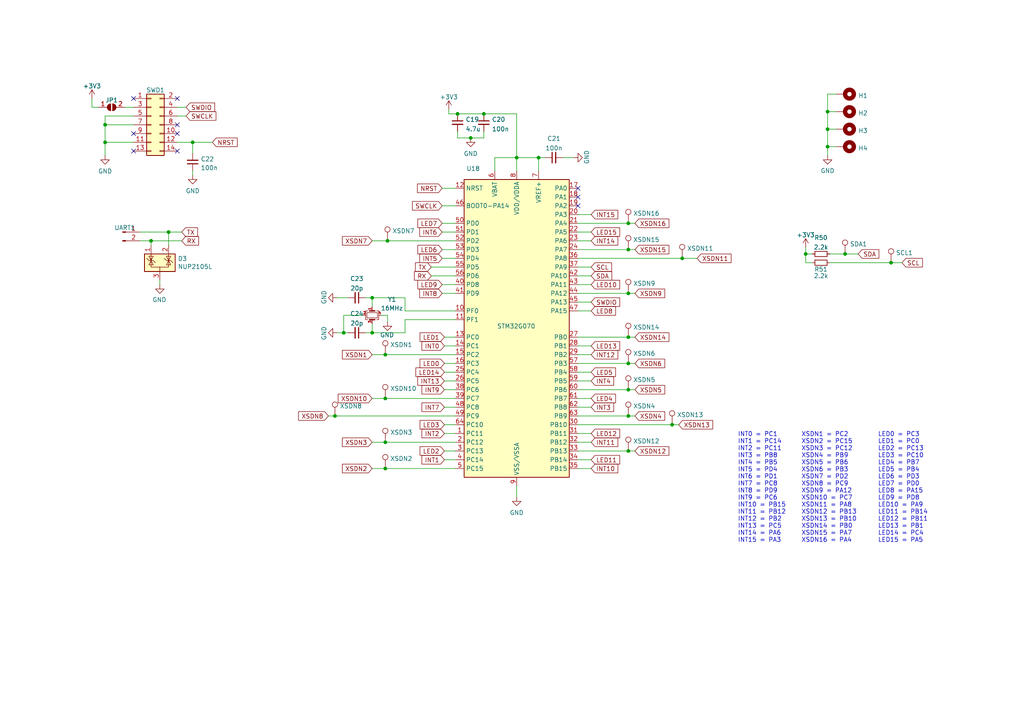
<source format=kicad_sch>
(kicad_sch (version 20211123) (generator eeschema)
  (paper "A4")
  (lib_symbols
    (symbol "Connector:Conn_01x02_Male" (pin_names (offset 1.016) hide)
      (property "Reference" "J" (at 0 2.54 0))
      (property "Value" "Conn_01x02_Male" (at 0 -5.08 0))
      (symbol "Conn_01x02_Male_1_1"
        (polyline (pts (xy 1.27 -2.54) (xy 0.8636 -2.54)) (stroke (width 0.1524)))
        (polyline (pts (xy 1.27 0) (xy 0.8636 0)) (stroke (width 0.1524)))
        (rectangle (start 0.8636 -2.413) (end 0 -2.667) (stroke (width 0.1524)) (fill (type outline)))
        (rectangle (start 0.8636 0.127) (end 0 -0.127) (stroke (width 0.1524)) (fill (type outline)))
        (pin passive line (at 5.08 0 180) (length 3.81) (name "Pin_1") (number "1"))
        (pin passive line (at 5.08 -2.54 180) (length 3.81) (name "Pin_2") (number "2"))
      )
    )
    (symbol "Connector:TestPoint" (pin_numbers hide) (pin_names (offset 0.762) hide)
      (property "Reference" "TP" (at 0 6.858 0))
      (property "Value" "TestPoint" (at 0 5.08 0))
      (symbol "TestPoint_0_1"
        (circle (center 0 3.302) (radius 0.762))
      )
      (symbol "TestPoint_1_1"
        (pin passive line (at 0 0 90) (length 2.54) (name "1") (number "1"))
      )
    )
    (symbol "Connector_Generic:Conn_02x07_Odd_Even" (pin_names (offset 1.016) hide)
      (property "Reference" "J" (at 1.27 10.16 0))
      (property "Value" "Conn_02x07_Odd_Even" (at 1.27 -10.16 0))
      (symbol "Conn_02x07_Odd_Even_1_1"
        (rectangle (start -1.27 -7.493) (end 0 -7.747) (stroke (width 0.1524)))
        (rectangle (start -1.27 -4.953) (end 0 -5.207) (stroke (width 0.1524)))
        (rectangle (start -1.27 -2.413) (end 0 -2.667) (stroke (width 0.1524)))
        (rectangle (start -1.27 0.127) (end 0 -0.127) (stroke (width 0.1524)))
        (rectangle (start -1.27 2.667) (end 0 2.413) (stroke (width 0.1524)))
        (rectangle (start -1.27 5.207) (end 0 4.953) (stroke (width 0.1524)))
        (rectangle (start -1.27 7.747) (end 0 7.493) (stroke (width 0.1524)))
        (rectangle (start -1.27 8.89) (end 3.81 -8.89) (stroke (width 0.254)) (fill (type background)))
        (rectangle (start 3.81 -7.493) (end 2.54 -7.747) (stroke (width 0.1524)))
        (rectangle (start 3.81 -4.953) (end 2.54 -5.207) (stroke (width 0.1524)))
        (rectangle (start 3.81 -2.413) (end 2.54 -2.667) (stroke (width 0.1524)))
        (rectangle (start 3.81 0.127) (end 2.54 -0.127) (stroke (width 0.1524)))
        (rectangle (start 3.81 2.667) (end 2.54 2.413) (stroke (width 0.1524)))
        (rectangle (start 3.81 5.207) (end 2.54 4.953) (stroke (width 0.1524)))
        (rectangle (start 3.81 7.747) (end 2.54 7.493) (stroke (width 0.1524)))
        (pin passive line (at -5.08 7.62 0) (length 3.81) (name "Pin_1") (number "1"))
        (pin passive line (at 7.62 -2.54 180) (length 3.81) (name "Pin_10") (number "10"))
        (pin passive line (at -5.08 -5.08 0) (length 3.81) (name "Pin_11") (number "11"))
        (pin passive line (at 7.62 -5.08 180) (length 3.81) (name "Pin_12") (number "12"))
        (pin passive line (at -5.08 -7.62 0) (length 3.81) (name "Pin_13") (number "13"))
        (pin passive line (at 7.62 -7.62 180) (length 3.81) (name "Pin_14") (number "14"))
        (pin passive line (at 7.62 7.62 180) (length 3.81) (name "Pin_2") (number "2"))
        (pin passive line (at -5.08 5.08 0) (length 3.81) (name "Pin_3") (number "3"))
        (pin passive line (at 7.62 5.08 180) (length 3.81) (name "Pin_4") (number "4"))
        (pin passive line (at -5.08 2.54 0) (length 3.81) (name "Pin_5") (number "5"))
        (pin passive line (at 7.62 2.54 180) (length 3.81) (name "Pin_6") (number "6"))
        (pin passive line (at -5.08 0 0) (length 3.81) (name "Pin_7") (number "7"))
        (pin passive line (at 7.62 0 180) (length 3.81) (name "Pin_8") (number "8"))
        (pin passive line (at -5.08 -2.54 0) (length 3.81) (name "Pin_9") (number "9"))
      )
    )
    (symbol "Device:C_Small" (pin_numbers hide) (pin_names (offset 0.254) hide)
      (property "Reference" "C" (at 0.254 1.778 0))
      (property "Value" "C_Small" (at 0.254 -2.032 0))
      (symbol "C_Small_0_1"
        (polyline (pts (xy -1.524 -0.508) (xy 1.524 -0.508)) (stroke (width 0.3302)))
        (polyline (pts (xy -1.524 0.508) (xy 1.524 0.508)) (stroke (width 0.3048)))
      )
      (symbol "C_Small_1_1"
        (pin passive line (at 0 2.54 270) (length 2.032) (name "~") (number "1"))
        (pin passive line (at 0 -2.54 90) (length 2.032) (name "~") (number "2"))
      )
    )
    (symbol "Device:Crystal_GND24_Small" (pin_names (offset 1.016) hide)
      (property "Reference" "Y" (at 1.27 4.445 0))
      (property "Value" "Crystal_GND24_Small" (at 1.27 2.54 0))
      (symbol "Crystal_GND24_Small_0_1"
        (rectangle (start -0.762 -1.524) (end 0.762 1.524))
        (polyline (pts (xy -1.27 -0.762) (xy -1.27 0.762)) (stroke (width 0.381)))
        (polyline (pts (xy 1.27 -0.762) (xy 1.27 0.762)) (stroke (width 0.381)))
        (polyline (pts (xy -1.27 -1.27) (xy -1.27 -1.905) (xy 1.27 -1.905) (xy 1.27 -1.27)))
        (polyline (pts (xy -1.27 1.27) (xy -1.27 1.905) (xy 1.27 1.905) (xy 1.27 1.27)))
      )
      (symbol "Crystal_GND24_Small_1_1"
        (pin passive line (at -2.54 0 0) (length 1.27) (name "1") (number "1"))
        (pin passive line (at 0 -2.54 90) (length 0.635) (name "2") (number "2"))
        (pin passive line (at 2.54 0 180) (length 1.27) (name "3") (number "3"))
        (pin passive line (at 0 2.54 270) (length 0.635) (name "4") (number "4"))
      )
    )
    (symbol "Device:R_Small" (pin_numbers hide) (pin_names (offset 0.254) hide)
      (property "Reference" "R" (at 0.762 0.508 0))
      (property "Value" "R_Small" (at 0.762 -1.016 0))
      (symbol "R_Small_0_1"
        (rectangle (start -0.762 1.778) (end 0.762 -1.778) (stroke (width 0.2032)))
      )
      (symbol "R_Small_1_1"
        (pin passive line (at 0 2.54 270) (length 0.762) (name "~") (number "1"))
        (pin passive line (at 0 -2.54 90) (length 0.762) (name "~") (number "2"))
      )
    )
    (symbol "Jumper:SolderJumper_2_Open" (pin_names (offset 0) hide)
      (property "Reference" "JP" (at 0 2.032 0))
      (property "Value" "SolderJumper_2_Open" (at 0 -2.54 0))
      (symbol "SolderJumper_2_Open_0_1"
        (arc (start -0.254 1.016) (mid -1.27 0) (end -0.254 -1.016))
        (arc (start -0.254 1.016) (mid -1.27 0) (end -0.254 -1.016) (fill (type outline)))
        (polyline (pts (xy -0.254 1.016) (xy -0.254 -1.016)))
        (polyline (pts (xy 0.254 1.016) (xy 0.254 -1.016)))
        (arc (start 0.254 -1.016) (mid 1.27 0) (end 0.254 1.016))
        (arc (start 0.254 -1.016) (mid 1.27 0) (end 0.254 1.016) (fill (type outline)))
      )
      (symbol "SolderJumper_2_Open_1_1"
        (pin passive line (at -3.81 0 0) (length 2.54) (name "A") (number "1"))
        (pin passive line (at 3.81 0 180) (length 2.54) (name "B") (number "2"))
      )
    )
    (symbol "Mechanical:MountingHole_Pad" (pin_numbers hide) (pin_names (offset 1.016) hide)
      (property "Reference" "H" (at 0 6.35 0))
      (property "Value" "MountingHole_Pad" (at 0 4.445 0))
      (symbol "MountingHole_Pad_0_1"
        (circle (center 0 1.27) (radius 1.27) (stroke (width 1.27)))
      )
      (symbol "MountingHole_Pad_1_1"
        (pin input line (at 0 -2.54 90) (length 2.54) (name "1") (number "1"))
      )
    )
    (symbol "Power_Protection:NUP2105L" (pin_names hide)
      (property "Reference" "D" (at 5.715 2.54 0))
      (property "Value" "NUP2105L" (at 5.715 0.635 0))
      (symbol "NUP2105L_0_0"
        (pin passive line (at 0 -5.08 90) (length 2.54) (name "A") (number "3"))
      )
      (symbol "NUP2105L_0_1"
        (rectangle (start -4.445 2.54) (end 4.445 -2.54) (stroke (width 0.254)) (fill (type background)))
        (polyline (pts (xy -2.54 2.54) (xy -2.54 0.635)))
        (polyline (pts (xy 0 -1.27) (xy 0 -2.54)))
        (polyline (pts (xy 2.54 2.54) (xy 2.54 0.635)))
        (polyline (pts (xy -3.81 1.27) (xy -3.175 0.635) (xy -1.905 0.635) (xy -1.27 0)))
        (polyline (pts (xy -2.54 0.635) (xy -2.54 -1.27) (xy 2.54 -1.27) (xy 2.54 0.635)))
        (polyline (pts (xy -2.54 0.635) (xy -1.905 -0.635) (xy -3.175 -0.635) (xy -2.54 0.635)))
        (polyline (pts (xy 2.54 0.635) (xy 1.905 -0.635) (xy 3.175 -0.635) (xy 2.54 0.635)))
        (polyline (pts (xy 2.54 0.635) (xy 3.175 1.905) (xy 1.905 1.905) (xy 2.54 0.635)))
        (polyline (pts (xy -2.54 0.635) (xy -3.175 1.905) (xy -1.905 1.905) (xy -2.54 0.635) (xy -2.54 1.27)))
        (polyline (pts (xy 1.27 1.27) (xy 1.905 0.635) (xy 2.54 0.635) (xy 3.175 0.635) (xy 3.81 0)))
      )
      (symbol "NUP2105L_1_1"
        (pin passive line (at -2.54 5.08 270) (length 2.54) (name "K") (number "1"))
        (pin passive line (at 2.54 5.08 270) (length 2.54) (name "K") (number "2"))
      )
    )
    (symbol "STM32:STM32G070"
      (property "Reference" "U" (at -14.605 45.085 0))
      (property "Value" "STM32G070" (at 0.635 0.635 0))
      (symbol "STM32G070_0_1"
        (rectangle (start -15.24 -43.815) (end 15.24 42.545) (stroke (width 0.254)) (fill (type background)))
      )
      (symbol "STM32G070_1_1"
        (pin bidirectional line (at -17.78 -31.115 0) (length 2.54) (name "PC11") (number "1"))
        (pin input line (at -17.78 4.445 0) (length 2.54) (name "PF0") (number "10"))
        (pin input line (at -17.78 1.905 0) (length 2.54) (name "PF1") (number "11"))
        (pin input line (at -17.78 40.005 0) (length 2.54) (name "NRST") (number "12"))
        (pin bidirectional line (at -17.78 -3.175 0) (length 2.54) (name "PC0") (number "13"))
        (pin bidirectional line (at -17.78 -5.715 0) (length 2.54) (name "PC1") (number "14"))
        (pin bidirectional line (at -17.78 -8.255 0) (length 2.54) (name "PC2") (number "15"))
        (pin bidirectional line (at -17.78 -10.795 0) (length 2.54) (name "PC3") (number "16"))
        (pin bidirectional line (at 17.78 40.005 180) (length 2.54) (name "PA0") (number "17"))
        (pin bidirectional line (at 17.78 37.465 180) (length 2.54) (name "PA1") (number "18"))
        (pin bidirectional line (at 17.78 34.925 180) (length 2.54) (name "PA2") (number "19"))
        (pin bidirectional line (at -17.78 -33.655 0) (length 2.54) (name "PC12") (number "2"))
        (pin bidirectional line (at 17.78 32.385 180) (length 2.54) (name "PA3") (number "20"))
        (pin bidirectional line (at 17.78 29.845 180) (length 2.54) (name "PA4") (number "21"))
        (pin bidirectional line (at 17.78 27.305 180) (length 2.54) (name "PA5") (number "22"))
        (pin bidirectional line (at 17.78 24.765 180) (length 2.54) (name "PA6") (number "23"))
        (pin bidirectional line (at 17.78 22.225 180) (length 2.54) (name "PA7") (number "24"))
        (pin bidirectional line (at -17.78 -13.335 0) (length 2.54) (name "PC4") (number "25"))
        (pin bidirectional line (at -17.78 -15.875 0) (length 2.54) (name "PC5") (number "26"))
        (pin bidirectional line (at 17.78 -3.175 180) (length 2.54) (name "PB0") (number "27"))
        (pin bidirectional line (at 17.78 -5.715 180) (length 2.54) (name "PB1") (number "28"))
        (pin bidirectional line (at 17.78 -8.255 180) (length 2.54) (name "PB2") (number "29"))
        (pin bidirectional line (at -17.78 -36.195 0) (length 2.54) (name "PC13") (number "3"))
        (pin bidirectional line (at 17.78 -28.575 180) (length 2.54) (name "PB10") (number "30"))
        (pin bidirectional line (at 17.78 -31.115 180) (length 2.54) (name "PB11") (number "31"))
        (pin bidirectional line (at 17.78 -33.655 180) (length 2.54) (name "PB12") (number "32"))
        (pin bidirectional line (at 17.78 -36.195 180) (length 2.54) (name "PB13") (number "33"))
        (pin bidirectional line (at 17.78 -38.735 180) (length 2.54) (name "PB14") (number "34"))
        (pin bidirectional line (at 17.78 -41.275 180) (length 2.54) (name "PB15") (number "35"))
        (pin bidirectional line (at 17.78 19.685 180) (length 2.54) (name "PA8") (number "36"))
        (pin bidirectional line (at 17.78 17.145 180) (length 2.54) (name "PA9") (number "37"))
        (pin bidirectional line (at -17.78 -18.415 0) (length 2.54) (name "PC6") (number "38"))
        (pin bidirectional line (at -17.78 -20.955 0) (length 2.54) (name "PC7") (number "39"))
        (pin bidirectional line (at -17.78 -38.735 0) (length 2.54) (name "PC14") (number "4"))
        (pin bidirectional line (at -17.78 12.065 0) (length 2.54) (name "PD8") (number "40"))
        (pin bidirectional line (at -17.78 9.525 0) (length 2.54) (name "PD9") (number "41"))
        (pin bidirectional line (at 17.78 14.605 180) (length 2.54) (name "PA10") (number "42"))
        (pin bidirectional line (at 17.78 12.065 180) (length 2.54) (name "PA11") (number "43"))
        (pin bidirectional line (at 17.78 9.525 180) (length 2.54) (name "PA12") (number "44"))
        (pin bidirectional line (at 17.78 6.985 180) (length 2.54) (name "PA13") (number "45"))
        (pin input line (at -17.78 34.925 0) (length 2.54) (name "BOOT0-PA14") (number "46"))
        (pin bidirectional line (at 17.78 4.445 180) (length 2.54) (name "PA15") (number "47"))
        (pin bidirectional line (at -17.78 -23.495 0) (length 2.54) (name "PC8") (number "48"))
        (pin bidirectional line (at -17.78 -26.035 0) (length 2.54) (name "PC9") (number "49"))
        (pin bidirectional line (at -17.78 -41.275 0) (length 2.54) (name "PC15") (number "5"))
        (pin bidirectional line (at -17.78 29.845 0) (length 2.54) (name "PD0") (number "50"))
        (pin bidirectional line (at -17.78 27.305 0) (length 2.54) (name "PD1") (number "51"))
        (pin bidirectional line (at -17.78 24.765 0) (length 2.54) (name "PD2") (number "52"))
        (pin bidirectional line (at -17.78 22.225 0) (length 2.54) (name "PD3") (number "53"))
        (pin bidirectional line (at -17.78 19.685 0) (length 2.54) (name "PD4") (number "54"))
        (pin bidirectional line (at -17.78 17.145 0) (length 2.54) (name "PD5") (number "55"))
        (pin bidirectional line (at -17.78 14.605 0) (length 2.54) (name "PD6") (number "56"))
        (pin bidirectional line (at 17.78 -10.795 180) (length 2.54) (name "PB3") (number "57"))
        (pin bidirectional line (at 17.78 -13.335 180) (length 2.54) (name "PB4") (number "58"))
        (pin bidirectional line (at 17.78 -15.875 180) (length 2.54) (name "PB5") (number "59"))
        (pin power_in line (at -6.35 45.085 270) (length 2.54) (name "VBAT") (number "6"))
        (pin bidirectional line (at 17.78 -18.415 180) (length 2.54) (name "PB6") (number "60"))
        (pin bidirectional line (at 17.78 -20.955 180) (length 2.54) (name "PB7") (number "61"))
        (pin bidirectional line (at 17.78 -23.495 180) (length 2.54) (name "PB8") (number "62"))
        (pin bidirectional line (at 17.78 -26.035 180) (length 2.54) (name "PB9") (number "63"))
        (pin bidirectional line (at -17.78 -28.575 0) (length 2.54) (name "PC10") (number "64"))
        (pin power_in line (at 6.35 45.085 270) (length 2.54) (name "VREF+") (number "7"))
        (pin bidirectional line (at 0 45.085 270) (length 2.54) (name "VDD/VDDA") (number "8"))
        (pin power_in line (at 0 -46.355 90) (length 2.54) (name "VSS/VSSA") (number "9"))
      )
    )
    (symbol "power:+3.3V" (power) (pin_names (offset 0))
      (property "Value" "+3.3V" (at 0 3.556 0))
      (symbol "+3.3V_0_1"
        (polyline (pts (xy -0.762 1.27) (xy 0 2.54)))
        (polyline (pts (xy 0 0) (xy 0 2.54)))
        (polyline (pts (xy 0 2.54) (xy 0.762 1.27)))
      )
      (symbol "+3.3V_1_1"
        (pin power_in line (at 0 0 90) (length 0) hide (name "+3V3") (number "1"))
      )
    )
    (symbol "power:GND" (power) (pin_names (offset 0))
      (property "Value" "GND" (at 0 -3.81 0))
      (symbol "GND_0_1"
        (polyline (pts (xy 0 0) (xy 0 -1.27) (xy 1.27 -1.27) (xy 0 -2.54) (xy -1.27 -1.27) (xy 0 -1.27)))
      )
      (symbol "GND_1_1"
        (pin power_in line (at 0 0 270) (length 0) hide (name "GND") (number "1"))
      )
    )
  )
  (junction (at 182.245 113.03))
  (junction (at 182.245 64.77))
  (junction (at 111.76 102.87))
  (junction (at 30.48 41.275))
  (junction (at 111.76 115.57))
  (junction (at 140.335 33.02))
  (junction (at 136.525 40.005))
  (junction (at 182.245 130.81))
  (junction (at 182.245 72.39))
  (junction (at 43.815 69.85))
  (junction (at 182.245 97.79))
  (junction (at 30.48 36.195))
  (junction (at 197.866 74.93))
  (junction (at 132.715 33.02))
  (junction (at 240.03 37.465))
  (junction (at 194.945 123.19))
  (junction (at 48.895 67.31))
  (junction (at 240.03 42.545))
  (junction (at 245.11 73.66))
  (junction (at 156.21 45.72))
  (junction (at 111.76 128.27))
  (junction (at 182.245 105.41))
  (junction (at 55.88 41.275))
  (junction (at 182.245 120.65))
  (junction (at 233.68 73.66))
  (junction (at 97.155 120.65))
  (junction (at 240.03 32.385))
  (junction (at 258.445 76.2))
  (junction (at 112.395 69.85))
  (junction (at 182.245 85.09))
  (junction (at 111.76 135.89))
  (junction (at 99.695 96.52))
  (junction (at 149.86 45.72))
  (junction (at 107.95 96.52))
  (junction (at 107.95 86.36))
  (no_connect (at 38.735 43.815))
  (no_connect (at 51.435 43.815))
  (no_connect (at 167.64 54.61))
  (no_connect (at 167.64 59.69))
  (no_connect (at 167.64 57.15))
  (no_connect (at 51.435 36.195))
  (no_connect (at 51.435 38.735))
  (no_connect (at 51.435 28.575))
  (no_connect (at 38.735 38.735))
  (no_connect (at 38.735 28.575))
  (wire (pts (xy 240.03 32.385) (xy 240.03 27.305)))
  (wire (pts (xy 132.715 38.1) (xy 132.715 40.005)))
  (wire (pts (xy 30.48 41.275) (xy 30.48 45.085)))
  (wire (pts (xy 167.64 125.73) (xy 171.45 125.73)))
  (wire (pts (xy 167.64 102.87) (xy 171.45 102.87)))
  (wire (pts (xy 106.045 96.52) (xy 107.95 96.52)))
  (wire (pts (xy 233.68 73.66) (xy 233.68 76.2)))
  (wire (pts (xy 182.245 64.77) (xy 184.15 64.77)))
  (wire (pts (xy 97.79 96.52) (xy 99.695 96.52)))
  (wire (pts (xy 99.695 96.52) (xy 100.965 96.52)))
  (wire (pts (xy 240.03 37.465) (xy 242.57 37.465)))
  (wire (pts (xy 182.245 72.39) (xy 184.15 72.39)))
  (wire (pts (xy 132.715 40.005) (xy 136.525 40.005)))
  (wire (pts (xy 194.945 123.19) (xy 196.85 123.19)))
  (wire (pts (xy 36.195 31.115) (xy 38.735 31.115)))
  (wire (pts (xy 149.86 140.97) (xy 149.86 144.145)))
  (wire (pts (xy 167.64 115.57) (xy 171.45 115.57)))
  (wire (pts (xy 167.64 62.23) (xy 171.45 62.23)))
  (wire (pts (xy 132.08 67.31) (xy 128.27 67.31)))
  (wire (pts (xy 130.175 31.75) (xy 130.175 33.02)))
  (wire (pts (xy 95.25 120.65) (xy 97.155 120.65)))
  (wire (pts (xy 128.27 85.09) (xy 132.08 85.09)))
  (wire (pts (xy 111.76 115.57) (xy 132.08 115.57)))
  (wire (pts (xy 107.95 102.87) (xy 111.76 102.87)))
  (wire (pts (xy 182.245 85.09) (xy 184.15 85.09)))
  (wire (pts (xy 167.64 67.31) (xy 171.45 67.31)))
  (wire (pts (xy 240.03 42.545) (xy 240.03 37.465)))
  (wire (pts (xy 107.95 86.36) (xy 107.95 88.9)))
  (wire (pts (xy 167.64 135.89) (xy 171.45 135.89)))
  (wire (pts (xy 245.11 73.66) (xy 248.92 73.66)))
  (wire (pts (xy 55.88 49.53) (xy 55.88 50.8)))
  (wire (pts (xy 233.68 76.2) (xy 235.585 76.2)))
  (wire (pts (xy 107.95 86.36) (xy 106.045 86.36)))
  (wire (pts (xy 117.475 96.52) (xy 117.475 92.71)))
  (wire (pts (xy 240.665 76.2) (xy 258.445 76.2)))
  (wire (pts (xy 112.395 93.345) (xy 112.395 91.44)))
  (wire (pts (xy 132.08 90.17) (xy 117.475 90.17)))
  (wire (pts (xy 111.76 128.27) (xy 132.08 128.27)))
  (wire (pts (xy 156.21 45.72) (xy 158.115 45.72)))
  (wire (pts (xy 130.175 33.02) (xy 132.715 33.02)))
  (wire (pts (xy 43.815 69.85) (xy 52.705 69.85)))
  (wire (pts (xy 26.67 31.115) (xy 28.575 31.115)))
  (wire (pts (xy 132.08 72.39) (xy 128.27 72.39)))
  (wire (pts (xy 117.475 86.36) (xy 107.95 86.36)))
  (wire (pts (xy 167.64 105.41) (xy 182.245 105.41)))
  (wire (pts (xy 149.86 45.72) (xy 143.51 45.72)))
  (wire (pts (xy 117.475 92.71) (xy 132.08 92.71)))
  (wire (pts (xy 163.195 45.72) (xy 166.37 45.72)))
  (wire (pts (xy 167.64 107.95) (xy 171.45 107.95)))
  (wire (pts (xy 128.905 107.95) (xy 132.08 107.95)))
  (wire (pts (xy 128.905 97.79) (xy 132.08 97.79)))
  (wire (pts (xy 167.64 123.19) (xy 194.945 123.19)))
  (wire (pts (xy 46.355 82.55) (xy 46.355 81.28)))
  (wire (pts (xy 112.395 91.44) (xy 110.49 91.44)))
  (wire (pts (xy 97.79 86.36) (xy 100.965 86.36)))
  (wire (pts (xy 128.27 54.61) (xy 132.08 54.61)))
  (wire (pts (xy 167.64 77.47) (xy 171.45 77.47)))
  (wire (pts (xy 167.64 120.65) (xy 182.245 120.65)))
  (wire (pts (xy 167.64 128.27) (xy 171.45 128.27)))
  (wire (pts (xy 233.68 71.755) (xy 233.68 73.66)))
  (wire (pts (xy 128.905 125.73) (xy 132.08 125.73)))
  (wire (pts (xy 132.715 33.02) (xy 140.335 33.02)))
  (wire (pts (xy 97.155 120.65) (xy 132.08 120.65)))
  (wire (pts (xy 125.095 77.47) (xy 132.08 77.47)))
  (wire (pts (xy 197.866 74.93) (xy 202.184 74.93)))
  (wire (pts (xy 240.03 32.385) (xy 242.57 32.385)))
  (wire (pts (xy 117.475 90.17) (xy 117.475 86.36)))
  (wire (pts (xy 167.64 85.09) (xy 182.245 85.09)))
  (wire (pts (xy 111.76 102.87) (xy 132.08 102.87)))
  (wire (pts (xy 156.21 49.53) (xy 156.21 45.72)))
  (wire (pts (xy 167.64 133.35) (xy 171.45 133.35)))
  (wire (pts (xy 107.95 96.52) (xy 117.475 96.52)))
  (wire (pts (xy 132.08 64.77) (xy 128.27 64.77)))
  (wire (pts (xy 128.905 100.33) (xy 132.08 100.33)))
  (wire (pts (xy 99.695 91.44) (xy 99.695 96.52)))
  (wire (pts (xy 240.03 42.545) (xy 242.57 42.545)))
  (wire (pts (xy 182.245 105.41) (xy 184.15 105.41)))
  (wire (pts (xy 167.64 97.79) (xy 182.245 97.79)))
  (wire (pts (xy 38.735 33.655) (xy 30.48 33.655)))
  (wire (pts (xy 167.64 74.93) (xy 197.866 74.93)))
  (wire (pts (xy 30.48 36.195) (xy 30.48 41.275)))
  (wire (pts (xy 51.435 33.655) (xy 53.975 33.655)))
  (wire (pts (xy 240.03 27.305) (xy 242.57 27.305)))
  (wire (pts (xy 167.64 100.33) (xy 171.45 100.33)))
  (wire (pts (xy 128.905 123.19) (xy 132.08 123.19)))
  (wire (pts (xy 182.245 113.03) (xy 184.15 113.03)))
  (wire (pts (xy 167.64 130.81) (xy 182.245 130.81)))
  (wire (pts (xy 107.95 93.98) (xy 107.95 96.52)))
  (wire (pts (xy 167.64 82.55) (xy 171.45 82.55)))
  (wire (pts (xy 167.64 90.17) (xy 171.45 90.17)))
  (wire (pts (xy 167.64 110.49) (xy 171.45 110.49)))
  (wire (pts (xy 136.525 40.005) (xy 140.335 40.005)))
  (wire (pts (xy 128.905 130.81) (xy 132.08 130.81)))
  (wire (pts (xy 128.905 105.41) (xy 132.08 105.41)))
  (wire (pts (xy 128.27 59.69) (xy 132.08 59.69)))
  (wire (pts (xy 258.445 76.2) (xy 261.62 76.2)))
  (wire (pts (xy 240.03 45.085) (xy 240.03 42.545)))
  (wire (pts (xy 55.88 41.275) (xy 55.88 44.45)))
  (wire (pts (xy 125.095 80.01) (xy 132.08 80.01)))
  (wire (pts (xy 128.905 110.49) (xy 132.08 110.49)))
  (wire (pts (xy 111.76 135.89) (xy 132.08 135.89)))
  (wire (pts (xy 107.95 128.27) (xy 111.76 128.27)))
  (wire (pts (xy 48.895 67.31) (xy 52.705 67.31)))
  (wire (pts (xy 167.64 72.39) (xy 182.245 72.39)))
  (wire (pts (xy 140.335 40.005) (xy 140.335 38.1)))
  (wire (pts (xy 167.64 69.85) (xy 171.45 69.85)))
  (wire (pts (xy 182.245 130.81) (xy 184.15 130.81)))
  (wire (pts (xy 182.245 120.65) (xy 184.15 120.65)))
  (wire (pts (xy 30.48 33.655) (xy 30.48 36.195)))
  (wire (pts (xy 43.815 71.12) (xy 43.815 69.85)))
  (wire (pts (xy 55.88 41.275) (xy 61.595 41.275)))
  (wire (pts (xy 143.51 45.72) (xy 143.51 49.53)))
  (wire (pts (xy 182.245 97.79) (xy 184.15 97.79)))
  (wire (pts (xy 112.395 69.85) (xy 132.08 69.85)))
  (wire (pts (xy 167.64 80.01) (xy 171.45 80.01)))
  (wire (pts (xy 233.68 73.66) (xy 235.585 73.66)))
  (wire (pts (xy 48.895 71.12) (xy 48.895 67.31)))
  (wire (pts (xy 167.64 118.11) (xy 171.45 118.11)))
  (wire (pts (xy 128.905 133.35) (xy 132.08 133.35)))
  (wire (pts (xy 167.64 87.63) (xy 171.45 87.63)))
  (wire (pts (xy 167.64 113.03) (xy 182.245 113.03)))
  (wire (pts (xy 26.67 28.575) (xy 26.67 31.115)))
  (wire (pts (xy 107.95 115.57) (xy 111.76 115.57)))
  (wire (pts (xy 149.86 45.72) (xy 156.21 45.72)))
  (wire (pts (xy 128.905 113.03) (xy 132.08 113.03)))
  (wire (pts (xy 149.86 33.02) (xy 140.335 33.02)))
  (wire (pts (xy 48.895 67.31) (xy 40.64 67.31)))
  (wire (pts (xy 240.665 73.66) (xy 245.11 73.66)))
  (wire (pts (xy 38.735 41.275) (xy 30.48 41.275)))
  (wire (pts (xy 38.735 36.195) (xy 30.48 36.195)))
  (wire (pts (xy 149.86 45.72) (xy 149.86 49.53)))
  (wire (pts (xy 112.395 69.85) (xy 107.95 69.85)))
  (wire (pts (xy 240.03 37.465) (xy 240.03 32.385)))
  (wire (pts (xy 51.435 41.275) (xy 55.88 41.275)))
  (wire (pts (xy 51.435 31.115) (xy 53.975 31.115)))
  (wire (pts (xy 105.41 91.44) (xy 99.695 91.44)))
  (wire (pts (xy 107.95 135.89) (xy 111.76 135.89)))
  (wire (pts (xy 128.27 74.93) (xy 132.08 74.93)))
  (wire (pts (xy 149.86 33.02) (xy 149.86 45.72)))
  (wire (pts (xy 43.815 69.85) (xy 40.64 69.85)))
  (wire (pts (xy 128.905 118.11) (xy 132.08 118.11)))
  (wire (pts (xy 167.64 64.77) (xy 182.245 64.77)))
  (wire (pts (xy 128.27 82.55) (xy 132.08 82.55)))
  (text "INT0 = PC1\nINT1 = PC14\nINT2 = PC11\nINT3 = PB8\nINT4 = PB5\nINT5 = PD4\nINT6 = PD1\nINT7 = PC8\nINT8 = PD9\nINT9 = PC6\nINT10 = PB15\nINT11 = PB12\nINT12 = PB2\nINT13 = PC5\nINT14 = PA6\nINT15 = PA3" (at 213.995 157.48 0) (effects (font (size 1.27 1.27)) (justify left bottom)))
  (text "XSDN1 = PC2\nXSDN2 = PC15\nXSDN3 = PC12\nXSDN4 = PB9\nXSDN5 = PB6\nXSDN6 = PB3\nXSDN7 = PD2\nXSDN8 = PC9\nXSDN9 = PA12\nXSDN10 = PC7\nXSDN11 = PA8\nXSDN12 = PB13\nXSDN13 = PB10\nXSDN14 = PB0\nXSDN15 = PA7\nXSDN16 = PA4" (at 232.41 157.48 0) (effects (font (size 1.27 1.27)) (justify left bottom)))
  (text "LED0 = PC3\nLED1 = PC0\nLED2 = PC13\nLED3 = PC10\nLED4 = PB7\nLED5 = PB4\nLED6 = PD3\nLED7 = PD0\nLED8 = PA15\nLED9 = PD8\nLED10 = PA9\nLED11 = PB14\nLED12 = PB11\nLED13 = PB1\nLED14 = PC4\nLED15 = PA5" (at 254.635 157.48 0) (effects (font (size 1.27 1.27)) (justify left bottom)))
  (global_label "XSDN5" (shape input) (at 184.15 113.03 0) (property "Intersheet References" "${INTERSHEET_REFS}" (effects hide)))
  (global_label "SCL" (shape input) (at 171.45 77.47 0) (property "Intersheet References" "${INTERSHEET_REFS}" (effects hide)))
  (global_label "XSDN14" (shape input) (at 184.15 97.79 0) (property "Intersheet References" "${INTERSHEET_REFS}" (effects hide)))
  (global_label "INT6" (shape input) (at 128.27 67.31 180) (property "Intersheet References" "${INTERSHEET_REFS}" (effects hide)))
  (global_label "XSDN9" (shape input) (at 184.15 85.09 0) (property "Intersheet References" "${INTERSHEET_REFS}" (effects hide)))
  (global_label "SWDIO" (shape input) (at 53.975 31.115 0) (property "Intersheet References" "${INTERSHEET_REFS}" (effects hide)))
  (global_label "SWCLK" (shape input) (at 53.975 33.655 0) (property "Intersheet References" "${INTERSHEET_REFS}" (effects hide)))
  (global_label "SWCLK" (shape input) (at 128.27 59.69 180) (property "Intersheet References" "${INTERSHEET_REFS}" (effects hide)))
  (global_label "SCL" (shape input) (at 261.62 76.2 0) (property "Intersheet References" "${INTERSHEET_REFS}" (effects hide)))
  (global_label "XSDN2" (shape input) (at 107.95 135.89 180) (property "Intersheet References" "${INTERSHEET_REFS}" (effects hide)))
  (global_label "LED7" (shape input) (at 128.27 64.77 180) (property "Intersheet References" "${INTERSHEET_REFS}" (effects hide)))
  (global_label "XSDN4" (shape input) (at 184.15 120.65 0) (property "Intersheet References" "${INTERSHEET_REFS}" (effects hide)))
  (global_label "INT15" (shape input) (at 171.45 62.23 0) (property "Intersheet References" "${INTERSHEET_REFS}" (effects hide)))
  (global_label "LED5" (shape input) (at 171.45 107.95 0) (property "Intersheet References" "${INTERSHEET_REFS}" (effects hide)))
  (global_label "NRST" (shape input) (at 128.27 54.61 180) (property "Intersheet References" "${INTERSHEET_REFS}" (effects hide)))
  (global_label "XSDN3" (shape input) (at 107.95 128.27 180) (property "Intersheet References" "${INTERSHEET_REFS}" (effects hide)))
  (global_label "LED2" (shape input) (at 128.905 130.81 180) (property "Intersheet References" "${INTERSHEET_REFS}" (effects hide)))
  (global_label "NRST" (shape input) (at 61.595 41.275 0) (property "Intersheet References" "${INTERSHEET_REFS}" (effects hide)))
  (global_label "LED4" (shape input) (at 171.45 115.57 0) (property "Intersheet References" "${INTERSHEET_REFS}" (effects hide)))
  (global_label "XSDN12" (shape input) (at 184.15 130.81 0) (property "Intersheet References" "${INTERSHEET_REFS}" (effects hide)))
  (global_label "LED11" (shape input) (at 171.45 133.35 0) (property "Intersheet References" "${INTERSHEET_REFS}" (effects hide)))
  (global_label "INT7" (shape input) (at 128.905 118.11 180) (property "Intersheet References" "${INTERSHEET_REFS}" (effects hide)))
  (global_label "LED15" (shape input) (at 171.45 67.31 0) (property "Intersheet References" "${INTERSHEET_REFS}" (effects hide)))
  (global_label "LED9" (shape input) (at 128.27 82.55 180) (property "Intersheet References" "${INTERSHEET_REFS}" (effects hide)))
  (global_label "INT13" (shape input) (at 128.905 110.49 180) (property "Intersheet References" "${INTERSHEET_REFS}" (effects hide)))
  (global_label "XSDN1" (shape input) (at 107.95 102.87 180) (property "Intersheet References" "${INTERSHEET_REFS}" (effects hide)))
  (global_label "XSDN6" (shape input) (at 184.15 105.41 0) (property "Intersheet References" "${INTERSHEET_REFS}" (effects hide)))
  (global_label "XSDN7" (shape input) (at 107.95 69.85 180) (property "Intersheet References" "${INTERSHEET_REFS}" (effects hide)))
  (global_label "SWDIO" (shape input) (at 171.45 87.63 0) (property "Intersheet References" "${INTERSHEET_REFS}" (effects hide)))
  (global_label "INT5" (shape input) (at 128.27 74.93 180) (property "Intersheet References" "${INTERSHEET_REFS}" (effects hide)))
  (global_label "INT1" (shape input) (at 128.905 133.35 180) (property "Intersheet References" "${INTERSHEET_REFS}" (effects hide)))
  (global_label "XSDN15" (shape input) (at 184.15 72.39 0) (property "Intersheet References" "${INTERSHEET_REFS}" (effects hide)))
  (global_label "INT11" (shape input) (at 171.45 128.27 0) (property "Intersheet References" "${INTERSHEET_REFS}" (effects hide)))
  (global_label "SDA" (shape input) (at 248.92 73.66 0) (property "Intersheet References" "${INTERSHEET_REFS}" (effects hide)))
  (global_label "LED14" (shape input) (at 128.905 107.95 180) (property "Intersheet References" "${INTERSHEET_REFS}" (effects hide)))
  (global_label "SDA" (shape input) (at 171.45 80.01 0) (property "Intersheet References" "${INTERSHEET_REFS}" (effects hide)))
  (global_label "LED0" (shape input) (at 128.905 105.41 180) (property "Intersheet References" "${INTERSHEET_REFS}" (effects hide)))
  (global_label "LED6" (shape input) (at 128.27 72.39 180) (property "Intersheet References" "${INTERSHEET_REFS}" (effects hide)))
  (global_label "INT2" (shape input) (at 128.905 125.73 180) (property "Intersheet References" "${INTERSHEET_REFS}" (effects hide)))
  (global_label "TX" (shape input) (at 52.705 67.31 0) (property "Intersheet References" "${INTERSHEET_REFS}" (effects hide)))
  (global_label "XSDN8" (shape input) (at 95.25 120.65 180) (property "Intersheet References" "${INTERSHEET_REFS}" (effects hide)))
  (global_label "INT3" (shape input) (at 171.45 118.11 0) (property "Intersheet References" "${INTERSHEET_REFS}" (effects hide)))
  (global_label "LED3" (shape input) (at 128.905 123.19 180) (property "Intersheet References" "${INTERSHEET_REFS}" (effects hide)))
  (global_label "INT10" (shape input) (at 171.45 135.89 0) (property "Intersheet References" "${INTERSHEET_REFS}" (effects hide)))
  (global_label "INT12" (shape input) (at 171.45 102.87 0) (property "Intersheet References" "${INTERSHEET_REFS}" (effects hide)))
  (global_label "XSDN10" (shape input) (at 107.95 115.57 180) (property "Intersheet References" "${INTERSHEET_REFS}" (effects hide)))
  (global_label "INT9" (shape input) (at 128.905 113.03 180) (property "Intersheet References" "${INTERSHEET_REFS}" (effects hide)))
  (global_label "INT8" (shape input) (at 128.27 85.09 180) (property "Intersheet References" "${INTERSHEET_REFS}" (effects hide)))
  (global_label "RX" (shape input) (at 125.095 80.01 180) (property "Intersheet References" "${INTERSHEET_REFS}" (effects hide)))
  (global_label "XSDN11" (shape input) (at 202.184 74.93 0) (property "Intersheet References" "${INTERSHEET_REFS}" (effects hide)))
  (global_label "XSDN16" (shape input) (at 184.15 64.77 0) (property "Intersheet References" "${INTERSHEET_REFS}" (effects hide)))
  (global_label "LED1" (shape input) (at 128.905 97.79 180) (property "Intersheet References" "${INTERSHEET_REFS}" (effects hide)))
  (global_label "INT14" (shape input) (at 171.45 69.85 0) (property "Intersheet References" "${INTERSHEET_REFS}" (effects hide)))
  (global_label "INT0" (shape input) (at 128.905 100.33 180) (property "Intersheet References" "${INTERSHEET_REFS}" (effects hide)))
  (global_label "LED12" (shape input) (at 171.45 125.73 0) (property "Intersheet References" "${INTERSHEET_REFS}" (effects hide)))
  (global_label "LED13" (shape input) (at 171.45 100.33 0) (property "Intersheet References" "${INTERSHEET_REFS}" (effects hide)))
  (global_label "LED8" (shape input) (at 171.45 90.17 0) (property "Intersheet References" "${INTERSHEET_REFS}" (effects hide)))
  (global_label "XSDN13" (shape input) (at 196.85 123.19 0) (property "Intersheet References" "${INTERSHEET_REFS}" (effects hide)))
  (global_label "TX" (shape input) (at 125.095 77.47 180) (property "Intersheet References" "${INTERSHEET_REFS}" (effects hide)))
  (global_label "INT4" (shape input) (at 171.45 110.49 0) (property "Intersheet References" "${INTERSHEET_REFS}" (effects hide)))
  (global_label "RX" (shape input) (at 52.705 69.85 0) (property "Intersheet References" "${INTERSHEET_REFS}" (effects hide)))
  (global_label "LED10" (shape input) (at 171.45 82.55 0) (property "Intersheet References" "${INTERSHEET_REFS}" (effects hide)))
  (symbol (lib_id "Connector:TestPoint") (at 111.76 135.89 0) (mirror y) (unit 1)
    (property "Reference" "XSDN2" (at 113.157 133.0218 0) (effects (justify right)))
    (property "Value" "TestPoint" (effects hide))
    (property "Footprint" "TestPoint:TestPoint_Pad_D1.0mm" (effects hide))
  )
  (symbol (lib_id "Connector:TestPoint") (at 182.245 130.81 0) (unit 1)
    (property "Reference" "XSDN12" (at 183.642 127.9418 0) (effects (justify left)))
    (property "Value" "TestPoint" (effects hide))
    (property "Footprint" "TestPoint:TestPoint_Pad_D1.0mm" (effects hide))
  )
  (symbol (lib_id "Connector:TestPoint") (at 182.245 97.79 0) (unit 1)
    (property "Reference" "XSDN14" (at 183.642 94.9218 0) (effects (justify left)))
    (property "Value" "TestPoint" (effects hide))
    (property "Footprint" "TestPoint:TestPoint_Pad_D1.0mm" (effects hide))
  )
  (symbol (lib_id "Connector:TestPoint") (at 182.245 72.39 0) (unit 1)
    (property "Reference" "XSDN15" (at 183.642 69.5218 0) (effects (justify left)))
    (property "Value" "TestPoint" (effects hide))
    (property "Footprint" "TestPoint:TestPoint_Pad_D1.0mm" (effects hide))
  )
  (symbol (lib_id "Connector_Generic:Conn_02x07_Odd_Even") (at 43.815 36.195 0) (unit 1)
    (property "Reference" "SWD1" (at 45.085 26.1422 0))
    (property "Value" "Conn_02x07_Odd_Even" (effects hide))
    (property "Footprint" "Connector_PinHeader_1.27mm:PinHeader_2x07_P1.27mm_Vertical_SMD" (effects hide))
  )
  (symbol (lib_id "Jumper:SolderJumper_2_Open") (at 32.385 31.115 0) (unit 1)
    (property "Reference" "JP1" (at 32.385 29.0632 0))
    (property "Value" "SolderJumper_2_Open" (effects hide))
    (property "Footprint" "Jumper:SolderJumper-2_P1.3mm_Open_TrianglePad1.0x1.5mm" (effects hide))
  )
  (symbol (lib_id "Device:C_Small") (at 55.88 46.99 180) (unit 1)
    (property "Reference" "C22" (at 58.2041 46.1489 0) (effects (justify right)))
    (property "Value" "100n" (at 58.2041 48.6858 0) (effects (justify right)))
    (property "Footprint" "Capacitor_SMD:C_0805_2012Metric_Pad1.18x1.45mm_HandSolder" (effects hide))
  )
  (symbol (lib_id "power:GND") (at 136.525 40.005 0) (unit 1)
    (property "Reference" "#PWR069" (effects hide))
    (property "Value" "GND" (at 136.525 44.5675 0))
  )
  (symbol (lib_id "Device:C_Small") (at 103.505 96.52 270) (unit 1)
    (property "Reference" "C24" (at 103.4986 90.9914 90))
    (property "Value" "20p" (at 103.4986 93.7665 90))
    (property "Footprint" "Capacitor_SMD:C_0603_1608Metric_Pad1.08x0.95mm_HandSolder" (effects hide))
  )
  (symbol (lib_id "STM32:STM32G070") (at 149.86 94.615 0) (unit 1)
    (property "Reference" "U18" (at 135.255 48.895 0) (effects (justify left)))
    (property "Value" "STM32G070" (at 144.145 94.615 0) (effects (justify left)))
    (property "Footprint" "Package_QFP:LQFP-64_10x10mm_P0.5mm" (effects hide))
  )
  (symbol (lib_id "Mechanical:MountingHole_Pad") (at 245.11 27.305 270) (unit 1)
    (property "Reference" "H1" (at 248.92 27.7388 90) (effects (justify left)))
    (property "Value" "MountingHole_Pad" (effects hide))
    (property "Footprint" "MountingHole:MountingHole_4.3mm_M4_DIN965_Pad" (effects hide))
  )
  (symbol (lib_id "Connector:TestPoint") (at 194.945 123.19 0) (unit 1)
    (property "Reference" "XSDN13" (at 196.342 120.3218 0) (effects (justify left)))
    (property "Value" "TestPoint" (effects hide))
    (property "Footprint" "TestPoint:TestPoint_Pad_D1.0mm" (effects hide))
  )
  (symbol (lib_id "Connector:Conn_01x02_Male") (at 35.56 67.31 0) (unit 1)
    (property "Reference" "UART1" (at 36.195 66.0423 0))
    (property "Value" "Conn_01x02_Male" (effects hide))
    (property "Footprint" "Connector_JST:JST_XH_B2B-XH-A_1x02_P2.50mm_Vertical" (effects hide))
  )
  (symbol (lib_id "Connector:TestPoint") (at 112.395 69.85 0) (unit 1)
    (property "Reference" "XSDN7" (at 113.792 66.9818 0) (effects (justify left)))
    (property "Value" "TestPoint" (effects hide))
    (property "Footprint" "TestPoint:TestPoint_Pad_D1.0mm" (effects hide))
  )
  (symbol (lib_id "Connector:TestPoint") (at 182.245 120.65 0) (unit 1)
    (property "Reference" "XSDN4" (at 183.642 117.7818 0) (effects (justify left)))
    (property "Value" "TestPoint" (effects hide))
    (property "Footprint" "TestPoint:TestPoint_Pad_D1.0mm" (effects hide))
  )
  (symbol (lib_id "Connector:TestPoint") (at 111.76 115.57 0) (unit 1)
    (property "Reference" "XSDN10" (at 113.157 112.7018 0) (effects (justify left)))
    (property "Value" "TestPoint" (effects hide))
    (property "Footprint" "TestPoint:TestPoint_Pad_D1.0mm" (effects hide))
  )
  (symbol (lib_id "Device:C_Small") (at 140.335 35.56 0) (unit 1)
    (property "Reference" "C20" (at 142.6591 34.6578 0) (effects (justify left)))
    (property "Value" "100n" (at 142.6591 37.4329 0) (effects (justify left)))
    (property "Footprint" "Capacitor_SMD:C_0805_2012Metric_Pad1.18x1.45mm_HandSolder" (effects hide))
  )
  (symbol (lib_id "Connector:TestPoint") (at 111.76 102.87 0) (unit 1)
    (property "Reference" "XSDN1" (at 113.157 100.0018 0) (effects (justify left)))
    (property "Value" "TestPoint" (effects hide))
    (property "Footprint" "TestPoint:TestPoint_Pad_D1.0mm" (effects hide))
  )
  (symbol (lib_id "Mechanical:MountingHole_Pad") (at 245.11 32.385 270) (unit 1)
    (property "Reference" "H2" (at 248.92 32.8188 90) (effects (justify left)))
    (property "Value" "MountingHole_Pad" (effects hide))
    (property "Footprint" "MountingHole:MountingHole_4.3mm_M4_DIN965_Pad" (effects hide))
  )
  (symbol (lib_id "power:+3.3V") (at 130.175 31.75 0) (unit 1)
    (property "Reference" "#PWR068" (effects hide))
    (property "Value" "+3.3V" (at 130.175 28.1455 0))
  )
  (symbol (lib_id "power:GND") (at 30.48 45.085 0) (unit 1)
    (property "Reference" "#PWR070" (effects hide))
    (property "Value" "GND" (at 30.48 49.6475 0))
  )
  (symbol (lib_id "Connector:TestPoint") (at 182.245 85.09 0) (unit 1)
    (property "Reference" "XSDN9" (at 183.642 82.2218 0) (effects (justify left)))
    (property "Value" "TestPoint" (effects hide))
    (property "Footprint" "TestPoint:TestPoint_Pad_D1.0mm" (effects hide))
  )
  (symbol (lib_id "Mechanical:MountingHole_Pad") (at 245.11 37.465 270) (unit 1)
    (property "Reference" "H3" (at 248.92 37.8988 90) (effects (justify left)))
    (property "Value" "MountingHole_Pad" (effects hide))
    (property "Footprint" "MountingHole:MountingHole_4.3mm_M4_DIN965_Pad" (effects hide))
  )
  (symbol (lib_id "Mechanical:MountingHole_Pad") (at 245.11 42.545 270) (unit 1)
    (property "Reference" "H4" (at 248.92 42.9788 90) (effects (justify left)))
    (property "Value" "MountingHole_Pad" (effects hide))
    (property "Footprint" "MountingHole:MountingHole_4.3mm_M4_DIN965_Pad" (effects hide))
  )
  (symbol (lib_id "Device:Crystal_GND24_Small") (at 107.95 91.44 270) (unit 1)
    (property "Reference" "Y1" (at 113.6839 86.8511 90))
    (property "Value" "16MHz" (at 113.6839 89.388 90))
    (property "Footprint" "Crystal:Crystal_SMD_EuroQuartz_MT-4Pin_3.2x2.5mm" (effects hide))
  )
  (symbol (lib_id "power:+3.3V") (at 233.68 71.755 0) (unit 1)
    (property "Reference" "#PWR074" (effects hide))
    (property "Value" "+3.3V" (at 233.68 68.1505 0))
  )
  (symbol (lib_id "Device:R_Small") (at 238.125 73.66 90) (unit 1)
    (property "Reference" "R50" (at 238.125 68.9569 90))
    (property "Value" "2.2k" (at 238.125 71.732 90))
    (property "Footprint" "Resistor_SMD:R_0805_2012Metric" (effects hide))
  )
  (symbol (lib_id "Power_Protection:NUP2105L") (at 46.355 76.2 0) (unit 1)
    (property "Reference" "D3" (at 51.562 75.0316 0) (effects (justify left)))
    (property "Value" "NUP2105L" (at 51.562 77.343 0) (effects (justify left)))
    (property "Footprint" "Package_TO_SOT_SMD:SOT-23" (effects hide))
    (property "Datasheet" "http://www.onsemi.com/pub_link/Collateral/NUP2105L-D.PDF" (effects hide))
  )
  (symbol (lib_id "Connector:TestPoint") (at 111.76 128.27 0) (mirror y) (unit 1)
    (property "Reference" "XSDN3" (at 113.157 125.4018 0) (effects (justify right)))
    (property "Value" "TestPoint" (effects hide))
    (property "Footprint" "TestPoint:TestPoint_Pad_D1.0mm" (effects hide))
  )
  (symbol (lib_id "power:GND") (at 97.79 86.36 270) (unit 1)
    (property "Reference" "#PWR077" (effects hide))
    (property "Value" "GND" (at 93.98 88.265 0) (effects (justify right)))
  )
  (symbol (lib_id "power:GND") (at 112.395 93.345 0) (unit 1)
    (property "Reference" "#PWR078" (effects hide))
    (property "Value" "GND" (at 114.3 97.155 0) (effects (justify right)))
  )
  (symbol (lib_id "power:+3.3V") (at 26.67 28.575 0) (unit 1)
    (property "Reference" "#PWR067" (effects hide))
    (property "Value" "+3.3V" (at 26.67 24.9705 0))
  )
  (symbol (lib_id "Connector:TestPoint") (at 197.866 74.93 0) (unit 1)
    (property "Reference" "XSDN11" (at 199.263 72.0618 0) (effects (justify left)))
    (property "Value" "TestPoint" (effects hide))
    (property "Footprint" "TestPoint:TestPoint_Pad_D1.0mm" (effects hide))
  )
  (symbol (lib_id "Connector:TestPoint") (at 182.245 64.77 0) (unit 1)
    (property "Reference" "XSDN16" (at 183.642 61.9018 0) (effects (justify left)))
    (property "Value" "TestPoint" (effects hide))
    (property "Footprint" "TestPoint:TestPoint_Pad_D1.0mm" (effects hide))
  )
  (symbol (lib_id "power:GND") (at 240.03 45.085 0) (unit 1)
    (property "Reference" "#PWR071" (effects hide))
    (property "Value" "GND" (at 240.03 49.5284 0))
  )
  (symbol (lib_id "power:GND") (at 97.79 96.52 270) (unit 1)
    (property "Reference" "#PWR079" (effects hide))
    (property "Value" "GND" (at 93.98 94.615 0) (effects (justify left)))
  )
  (symbol (lib_id "Device:C_Small") (at 103.505 86.36 270) (unit 1)
    (property "Reference" "C23" (at 103.4986 80.8314 90))
    (property "Value" "20p" (at 103.4986 83.6065 90))
    (property "Footprint" "Capacitor_SMD:C_0603_1608Metric_Pad1.08x0.95mm_HandSolder" (effects hide))
  )
  (symbol (lib_id "Connector:TestPoint") (at 182.245 113.03 0) (unit 1)
    (property "Reference" "XSDN5" (at 183.642 110.1618 0) (effects (justify left)))
    (property "Value" "TestPoint" (effects hide))
    (property "Footprint" "TestPoint:TestPoint_Pad_D1.0mm" (effects hide))
  )
  (symbol (lib_id "power:GND") (at 46.355 82.55 0) (mirror y) (unit 1)
    (property "Reference" "#PWR075" (effects hide))
    (property "Value" "GND" (at 46.228 86.9442 0))
  )
  (symbol (lib_id "Connector:TestPoint") (at 258.445 76.2 0) (unit 1)
    (property "Reference" "SCL1" (at 259.842 73.3318 0) (effects (justify left)))
    (property "Value" "TestPoint" (effects hide))
    (property "Footprint" "TestPoint:TestPoint_Pad_D1.0mm" (effects hide))
  )
  (symbol (lib_id "Connector:TestPoint") (at 245.11 73.66 0) (unit 1)
    (property "Reference" "SDA1" (at 246.507 70.7918 0) (effects (justify left)))
    (property "Value" "TestPoint" (effects hide))
    (property "Footprint" "TestPoint:TestPoint_Pad_D1.0mm" (effects hide))
  )
  (symbol (lib_id "Connector:TestPoint") (at 97.155 120.65 0) (mirror y) (unit 1)
    (property "Reference" "XSDN8" (at 98.552 117.7818 0) (effects (justify right)))
    (property "Value" "TestPoint" (effects hide))
    (property "Footprint" "TestPoint:TestPoint_Pad_D1.0mm" (effects hide))
  )
  (symbol (lib_id "Connector:TestPoint") (at 182.245 105.41 0) (unit 1)
    (property "Reference" "XSDN6" (at 183.642 102.5418 0) (effects (justify left)))
    (property "Value" "TestPoint" (effects hide))
    (property "Footprint" "TestPoint:TestPoint_Pad_D1.0mm" (effects hide))
  )
  (symbol (lib_id "power:GND") (at 55.88 50.8 0) (unit 1)
    (property "Reference" "#PWR073" (effects hide))
    (property "Value" "GND" (at 55.88 55.3625 0))
  )
  (symbol (lib_id "Device:R_Small") (at 238.125 76.2 270) (unit 1)
    (property "Reference" "R51" (at 238.125 78.105 90))
    (property "Value" "2.2k" (at 238.125 80.01 90))
    (property "Footprint" "Resistor_SMD:R_0805_2012Metric" (effects hide))
  )
  (symbol (lib_id "Device:C_Small") (at 160.655 45.72 90) (unit 1)
    (property "Reference" "C21" (at 160.6613 40.1914 90))
    (property "Value" "100n" (at 160.6613 42.9665 90))
    (property "Footprint" "Capacitor_SMD:C_0805_2012Metric_Pad1.18x1.45mm_HandSolder" (effects hide))
  )
  (symbol (lib_id "power:GND") (at 149.86 144.145 0) (unit 1)
    (property "Reference" "#PWR080" (effects hide))
    (property "Value" "GND" (at 149.86 148.7075 0))
  )
  (symbol (lib_id "Device:C_Small") (at 132.715 35.56 0) (unit 1)
    (property "Reference" "C19" (at 135.0391 34.6578 0) (effects (justify left)))
    (property "Value" "4.7u" (at 135.0391 37.4329 0) (effects (justify left)))
    (property "Footprint" "Capacitor_SMD:C_0805_2012Metric_Pad1.18x1.45mm_HandSolder" (effects hide))
  )
  (symbol (lib_id "power:GND") (at 166.37 45.72 90) (unit 1)
    (property "Reference" "#PWR072" (effects hide))
    (property "Value" "GND" (at 170.18 47.625 0) (effects (justify left)))
  )
)
</source>
